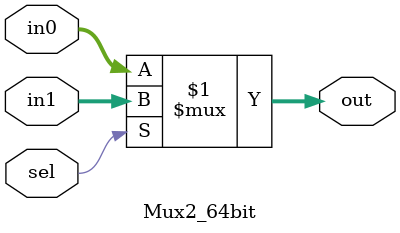
<source format=v>
`timescale 1ns/ 1ns
module Mux2_64bit(sel, in0, in1, out);
    input sel;
    input [63:0] in0, in1;
    output [63:0] out;

    assign out = sel ? in1 : in0;
endmodule
</source>
